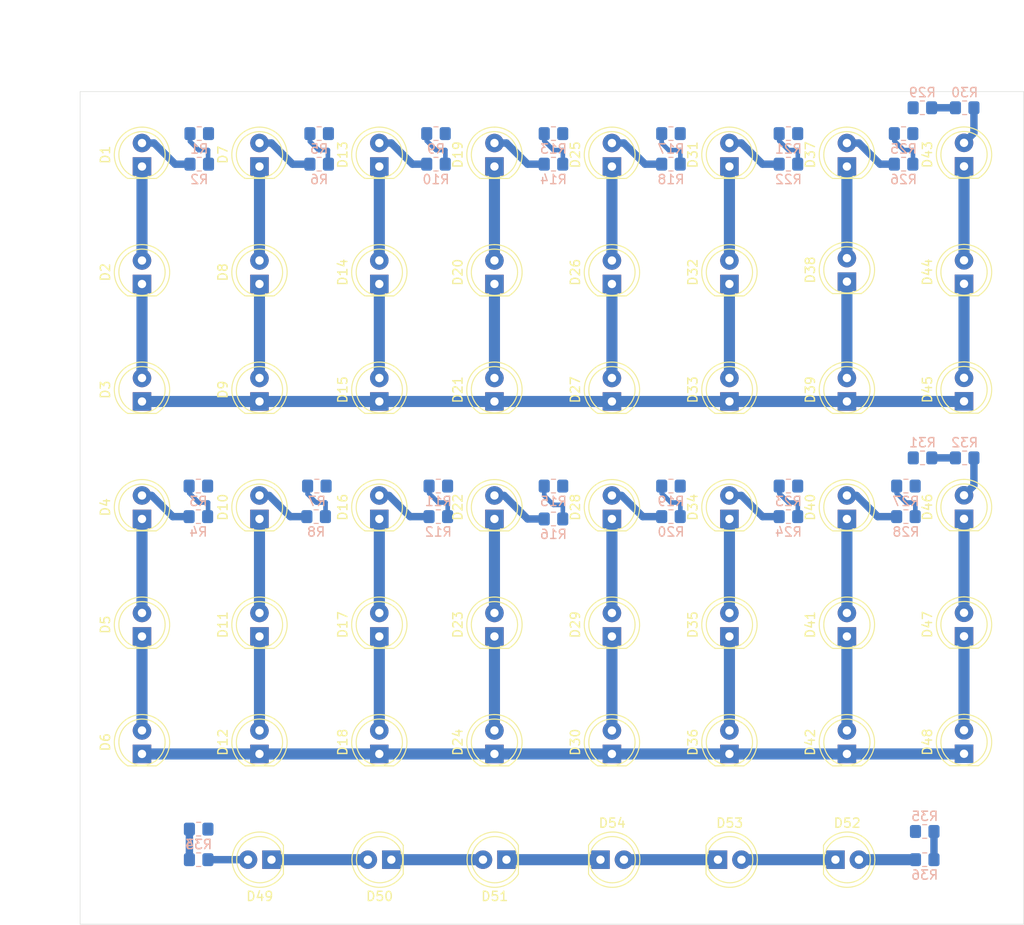
<source format=kicad_pcb>
(kicad_pcb (version 20171130) (host pcbnew "(5.1.9)-1")
  (layers (0 F.Cu signal) (31 B.Cu signal) (34 B.Paste user) (35 F.Paste user) (36 B.SilkS user) (37 F.SilkS user) (38 B.Mask user) (39 F.Mask user) (44 Edge.Cuts user))
  (net 0 "")
  (net 1 "Net-(D1-Pad1)")
  (net 2 "Net-(D1-Pad2)")
  (net 3 "Net-(D2-Pad1)")
  (net 4 GND)
  (net 5 "Net-(D4-Pad2)")
  (net 6 "Net-(D4-Pad1)")
  (net 7 "Net-(D5-Pad1)")
  (net 8 "Net-(D7-Pad1)")
  (net 9 "Net-(D7-Pad2)")
  (net 10 "Net-(D8-Pad1)")
  (net 11 "Net-(D10-Pad2)")
  (net 12 "Net-(D10-Pad1)")
  (net 13 "Net-(D11-Pad1)")
  (net 14 "Net-(D13-Pad1)")
  (net 15 "Net-(D13-Pad2)")
  (net 16 "Net-(D14-Pad1)")
  (net 17 "Net-(D16-Pad1)")
  (net 18 "Net-(D16-Pad2)")
  (net 19 "Net-(D17-Pad1)")
  (net 20 "Net-(D19-Pad2)")
  (net 21 "Net-(D19-Pad1)")
  (net 22 "Net-(D20-Pad1)")
  (net 23 "Net-(D22-Pad2)")
  (net 24 "Net-(D22-Pad1)")
  (net 25 "Net-(D23-Pad1)")
  (net 26 "Net-(D25-Pad2)")
  (net 27 "Net-(D25-Pad1)")
  (net 28 "Net-(D26-Pad1)")
  (net 29 "Net-(D28-Pad1)")
  (net 30 "Net-(D28-Pad2)")
  (net 31 "Net-(D29-Pad1)")
  (net 32 "Net-(D31-Pad2)")
  (net 33 "Net-(D31-Pad1)")
  (net 34 "Net-(D32-Pad1)")
  (net 35 "Net-(D34-Pad1)")
  (net 36 "Net-(D34-Pad2)")
  (net 37 "Net-(D35-Pad1)")
  (net 38 "Net-(D37-Pad1)")
  (net 39 "Net-(D37-Pad2)")
  (net 40 "Net-(D38-Pad1)")
  (net 41 "Net-(D40-Pad1)")
  (net 42 "Net-(D40-Pad2)")
  (net 43 "Net-(D41-Pad1)")
  (net 44 "Net-(D43-Pad1)")
  (net 45 "Net-(D43-Pad2)")
  (net 46 "Net-(D44-Pad1)")
  (net 47 "Net-(D46-Pad2)")
  (net 48 "Net-(D46-Pad1)")
  (net 49 "Net-(D47-Pad1)")
  (net 50 "Net-(D49-Pad1)")
  (net 51 "Net-(D49-Pad2)")
  (net 52 "Net-(D50-Pad1)")
  (net 53 "Net-(D52-Pad1)")
  (net 54 "Net-(D52-Pad2)")
  (net 55 "Net-(D53-Pad1)")
  (net 56 +12V)
  (net 57 "Net-(R1-Pad1)")
  (net 58 "Net-(R3-Pad1)")
  (net 59 "Net-(R5-Pad1)")
  (net 60 "Net-(R7-Pad1)")
  (net 61 "Net-(R10-Pad2)")
  (net 62 "Net-(R11-Pad1)")
  (net 63 "Net-(R13-Pad1)")
  (net 64 "Net-(R15-Pad1)")
  (net 65 "Net-(R17-Pad1)")
  (net 66 "Net-(R19-Pad1)")
  (net 67 "Net-(R21-Pad1)")
  (net 68 "Net-(R23-Pad1)")
  (net 69 "Net-(R25-Pad1)")
  (net 70 "Net-(R27-Pad1)")
  (net 71 "Net-(R29-Pad1)")
  (net 72 "Net-(R31-Pad1)")
  (net 73 "Net-(R33-Pad1)")
  (net 74 "Net-(R35-Pad1)")
  (module LED_THT:LED_D5.0mm (layer F.Cu) (at 45.69 38.1 90)
    (fp_text reference D1 (at 1.27 -3.96 90) (layer F.SilkS))
    (fp_text value LED)
    (pad 1 thru_hole rect (at 0 0 90) (size 2 2) (drill 0.9) (layers *.Cu *.Mask) (net 1 "Net-(D1-Pad1)"))
    (pad 2 thru_hole circle (at 2.54 0 90) (size 2 2) (drill 0.9) (layers *.Cu *.Mask) (net 2 "Net-(D1-Pad2)"))
  )
  (module LED_THT:LED_D5.0mm (layer F.Cu) (at 45.69 50.8 90)
    (fp_text reference D2 (at 1.27 -3.96 90) (layer F.SilkS))
    (fp_text value LED)
    (pad 1 thru_hole rect (at 0 0 90) (size 2 2) (drill 0.9) (layers *.Cu *.Mask) (net 3 "Net-(D2-Pad1)"))
    (pad 2 thru_hole circle (at 2.54 0 90) (size 2 2) (drill 0.9) (layers *.Cu *.Mask) (net 1 "Net-(D1-Pad1)"))
  )
  (module LED_THT:LED_D5.0mm (layer F.Cu) (at 45.69 63.5 90)
    (fp_text reference D3 (at 1.27 -3.96 90) (layer F.SilkS))
    (fp_text value LED)
    (pad 2 thru_hole circle (at 2.54 0 90) (size 2 2) (drill 0.9) (layers *.Cu *.Mask) (net 3 "Net-(D2-Pad1)"))
    (pad 1 thru_hole rect (at 0 0 90) (size 2 2) (drill 0.9) (layers *.Cu *.Mask) (net 4 GND))
  )
  (module LED_THT:LED_D5.0mm (layer F.Cu) (at 45.69 76.2 90)
    (fp_text reference D4 (at 1.27 -3.96 90) (layer F.SilkS))
    (fp_text value LED)
    (pad 2 thru_hole circle (at 2.54 0 90) (size 2 2) (drill 0.9) (layers *.Cu *.Mask) (net 5 "Net-(D4-Pad2)"))
    (pad 1 thru_hole rect (at 0 0 90) (size 2 2) (drill 0.9) (layers *.Cu *.Mask) (net 6 "Net-(D4-Pad1)"))
  )
  (module LED_THT:LED_D5.0mm (layer F.Cu) (at 45.69 88.9 90)
    (fp_text reference D5 (at 1.27 -3.96 90) (layer F.SilkS))
    (fp_text value LED)
    (pad 1 thru_hole rect (at 0 0 90) (size 2 2) (drill 0.9) (layers *.Cu *.Mask) (net 7 "Net-(D5-Pad1)"))
    (pad 2 thru_hole circle (at 2.54 0 90) (size 2 2) (drill 0.9) (layers *.Cu *.Mask) (net 6 "Net-(D4-Pad1)"))
  )
  (module LED_THT:LED_D5.0mm (layer F.Cu) (at 45.69 101.6 90)
    (fp_text reference D6 (at 1.27 -3.96 90) (layer F.SilkS))
    (fp_text value LED)
    (pad 2 thru_hole circle (at 2.54 0 90) (size 2 2) (drill 0.9) (layers *.Cu *.Mask) (net 7 "Net-(D5-Pad1)"))
    (pad 1 thru_hole rect (at 0 0 90) (size 2 2) (drill 0.9) (layers *.Cu *.Mask) (net 4 GND))
  )
  (module LED_THT:LED_D5.0mm (layer F.Cu) (at 58.39 38.1 90)
    (fp_text reference D7 (at 1.27 -3.96 90) (layer F.SilkS))
    (fp_text value LED)
    (pad 1 thru_hole rect (at 0 0 90) (size 2 2) (drill 0.9) (layers *.Cu *.Mask) (net 8 "Net-(D7-Pad1)"))
    (pad 2 thru_hole circle (at 2.54 0 90) (size 2 2) (drill 0.9) (layers *.Cu *.Mask) (net 9 "Net-(D7-Pad2)"))
  )
  (module LED_THT:LED_D5.0mm (layer F.Cu) (at 58.39 50.8 90)
    (fp_text reference D8 (at 1.27 -3.96 90) (layer F.SilkS))
    (fp_text value LED)
    (pad 2 thru_hole circle (at 2.54 0 90) (size 2 2) (drill 0.9) (layers *.Cu *.Mask) (net 8 "Net-(D7-Pad1)"))
    (pad 1 thru_hole rect (at 0 0 90) (size 2 2) (drill 0.9) (layers *.Cu *.Mask) (net 10 "Net-(D8-Pad1)"))
  )
  (module LED_THT:LED_D5.0mm (layer F.Cu) (at 58.39 63.5 90)
    (fp_text reference D9 (at 1.27 -3.96 90) (layer F.SilkS))
    (fp_text value LED)
    (pad 1 thru_hole rect (at 0 0 90) (size 2 2) (drill 0.9) (layers *.Cu *.Mask) (net 4 GND))
    (pad 2 thru_hole circle (at 2.54 0 90) (size 2 2) (drill 0.9) (layers *.Cu *.Mask) (net 10 "Net-(D8-Pad1)"))
  )
  (module LED_THT:LED_D5.0mm (layer F.Cu) (at 58.39 76.2 90)
    (fp_text reference D10 (at 1.27 -3.96 90) (layer F.SilkS))
    (fp_text value LED)
    (pad 2 thru_hole circle (at 2.54 0 90) (size 2 2) (drill 0.9) (layers *.Cu *.Mask) (net 11 "Net-(D10-Pad2)"))
    (pad 1 thru_hole rect (at 0 0 90) (size 2 2) (drill 0.9) (layers *.Cu *.Mask) (net 12 "Net-(D10-Pad1)"))
  )
  (module LED_THT:LED_D5.0mm (layer F.Cu) (at 58.39 88.9 90)
    (fp_text reference D11 (at 1.27 -3.96 90) (layer F.SilkS))
    (fp_text value LED)
    (pad 1 thru_hole rect (at 0 0 90) (size 2 2) (drill 0.9) (layers *.Cu *.Mask) (net 13 "Net-(D11-Pad1)"))
    (pad 2 thru_hole circle (at 2.54 0 90) (size 2 2) (drill 0.9) (layers *.Cu *.Mask) (net 12 "Net-(D10-Pad1)"))
  )
  (module LED_THT:LED_D5.0mm (layer F.Cu) (at 58.39 101.6 90)
    (fp_text reference D12 (at 1.27 -3.96 90) (layer F.SilkS))
    (fp_text value LED)
    (pad 1 thru_hole rect (at 0 0 90) (size 2 2) (drill 0.9) (layers *.Cu *.Mask) (net 4 GND))
    (pad 2 thru_hole circle (at 2.54 0 90) (size 2 2) (drill 0.9) (layers *.Cu *.Mask) (net 13 "Net-(D11-Pad1)"))
  )
  (module LED_THT:LED_D5.0mm (layer F.Cu) (at 71.344 38.1 90)
    (fp_text reference D13 (at 1.27 -3.96 90) (layer F.SilkS))
    (fp_text value LED)
    (pad 1 thru_hole rect (at 0 0 90) (size 2 2) (drill 0.9) (layers *.Cu *.Mask) (net 14 "Net-(D13-Pad1)"))
    (pad 2 thru_hole circle (at 2.54 0 90) (size 2 2) (drill 0.9) (layers *.Cu *.Mask) (net 15 "Net-(D13-Pad2)"))
  )
  (module LED_THT:LED_D5.0mm (layer F.Cu) (at 71.344 50.8 90)
    (fp_text reference D14 (at 1.27 -3.96 90) (layer F.SilkS))
    (fp_text value LED)
    (pad 1 thru_hole rect (at 0 0 90) (size 2 2) (drill 0.9) (layers *.Cu *.Mask) (net 16 "Net-(D14-Pad1)"))
    (pad 2 thru_hole circle (at 2.54 0 90) (size 2 2) (drill 0.9) (layers *.Cu *.Mask) (net 14 "Net-(D13-Pad1)"))
  )
  (module LED_THT:LED_D5.0mm (layer F.Cu) (at 71.344 63.5 90)
    (fp_text reference D15 (at 1.27 -3.96 90) (layer F.SilkS))
    (fp_text value LED)
    (pad 2 thru_hole circle (at 2.54 0 90) (size 2 2) (drill 0.9) (layers *.Cu *.Mask) (net 16 "Net-(D14-Pad1)"))
    (pad 1 thru_hole rect (at 0 0 90) (size 2 2) (drill 0.9) (layers *.Cu *.Mask) (net 4 GND))
  )
  (module LED_THT:LED_D5.0mm (layer F.Cu) (at 71.344 76.2 90)
    (fp_text reference D16 (at 1.27 -3.96 90) (layer F.SilkS))
    (fp_text value LED)
    (pad 1 thru_hole rect (at 0 0 90) (size 2 2) (drill 0.9) (layers *.Cu *.Mask) (net 17 "Net-(D16-Pad1)"))
    (pad 2 thru_hole circle (at 2.54 0 90) (size 2 2) (drill 0.9) (layers *.Cu *.Mask) (net 18 "Net-(D16-Pad2)"))
  )
  (module LED_THT:LED_D5.0mm (layer F.Cu) (at 71.344 88.9 90)
    (fp_text reference D17 (at 1.27 -3.96 90) (layer F.SilkS))
    (fp_text value LED)
    (pad 2 thru_hole circle (at 2.54 0 90) (size 2 2) (drill 0.9) (layers *.Cu *.Mask) (net 17 "Net-(D16-Pad1)"))
    (pad 1 thru_hole rect (at 0 0 90) (size 2 2) (drill 0.9) (layers *.Cu *.Mask) (net 19 "Net-(D17-Pad1)"))
  )
  (module LED_THT:LED_D5.0mm (layer F.Cu) (at 71.344 101.6 90)
    (fp_text reference D18 (at 1.27 -3.96 90) (layer F.SilkS))
    (fp_text value LED)
    (pad 1 thru_hole rect (at 0 0 90) (size 2 2) (drill 0.9) (layers *.Cu *.Mask) (net 4 GND))
    (pad 2 thru_hole circle (at 2.54 0 90) (size 2 2) (drill 0.9) (layers *.Cu *.Mask) (net 19 "Net-(D17-Pad1)"))
  )
  (module LED_THT:LED_D5.0mm (layer F.Cu) (at 83.79 38.1 90)
    (fp_text reference D19 (at 1.27 -3.96 90) (layer F.SilkS))
    (fp_text value LED)
    (pad 2 thru_hole circle (at 2.54 0 90) (size 2 2) (drill 0.9) (layers *.Cu *.Mask) (net 20 "Net-(D19-Pad2)"))
    (pad 1 thru_hole rect (at 0 0 90) (size 2 2) (drill 0.9) (layers *.Cu *.Mask) (net 21 "Net-(D19-Pad1)"))
  )
  (module LED_THT:LED_D5.0mm (layer F.Cu) (at 83.79 50.8 90)
    (fp_text reference D20 (at 1.27 -3.96 90) (layer F.SilkS))
    (fp_text value LED)
    (pad 1 thru_hole rect (at 0 0 90) (size 2 2) (drill 0.9) (layers *.Cu *.Mask) (net 22 "Net-(D20-Pad1)"))
    (pad 2 thru_hole circle (at 2.54 0 90) (size 2 2) (drill 0.9) (layers *.Cu *.Mask) (net 21 "Net-(D19-Pad1)"))
  )
  (module LED_THT:LED_D5.0mm (layer F.Cu) (at 83.79 63.5 90)
    (fp_text reference D21 (at 1.27 -3.96 90) (layer F.SilkS))
    (fp_text value LED)
    (pad 2 thru_hole circle (at 2.54 0 90) (size 2 2) (drill 0.9) (layers *.Cu *.Mask) (net 22 "Net-(D20-Pad1)"))
    (pad 1 thru_hole rect (at 0 0 90) (size 2 2) (drill 0.9) (layers *.Cu *.Mask) (net 4 GND))
  )
  (module LED_THT:LED_D5.0mm (layer F.Cu) (at 83.79 76.2 90)
    (fp_text reference D22 (at 1.27 -3.96 90) (layer F.SilkS))
    (fp_text value LED)
    (pad 2 thru_hole circle (at 2.54 0 90) (size 2 2) (drill 0.9) (layers *.Cu *.Mask) (net 23 "Net-(D22-Pad2)"))
    (pad 1 thru_hole rect (at 0 0 90) (size 2 2) (drill 0.9) (layers *.Cu *.Mask) (net 24 "Net-(D22-Pad1)"))
  )
  (module LED_THT:LED_D5.0mm (layer F.Cu) (at 83.79 88.9 90)
    (fp_text reference D23 (at 1.27 -3.96 90) (layer F.SilkS))
    (fp_text value LED)
    (pad 1 thru_hole rect (at 0 0 90) (size 2 2) (drill 0.9) (layers *.Cu *.Mask) (net 25 "Net-(D23-Pad1)"))
    (pad 2 thru_hole circle (at 2.54 0 90) (size 2 2) (drill 0.9) (layers *.Cu *.Mask) (net 24 "Net-(D22-Pad1)"))
  )
  (module LED_THT:LED_D5.0mm (layer F.Cu) (at 83.79 101.6 90)
    (fp_text reference D24 (at 1.27 -3.96 90) (layer F.SilkS))
    (fp_text value LED)
    (pad 2 thru_hole circle (at 2.54 0 90) (size 2 2) (drill 0.9) (layers *.Cu *.Mask) (net 25 "Net-(D23-Pad1)"))
    (pad 1 thru_hole rect (at 0 0 90) (size 2 2) (drill 0.9) (layers *.Cu *.Mask) (net 4 GND))
  )
  (module LED_THT:LED_D5.0mm (layer F.Cu) (at 96.49 38.1 90)
    (fp_text reference D25 (at 1.27 -3.96 90) (layer F.SilkS))
    (fp_text value LED)
    (pad 2 thru_hole circle (at 2.54 0 90) (size 2 2) (drill 0.9) (layers *.Cu *.Mask) (net 26 "Net-(D25-Pad2)"))
    (pad 1 thru_hole rect (at 0 0 90) (size 2 2) (drill 0.9) (layers *.Cu *.Mask) (net 27 "Net-(D25-Pad1)"))
  )
  (module LED_THT:LED_D5.0mm (layer F.Cu) (at 96.49 50.8 90)
    (fp_text reference D26 (at 1.27 -3.96 90) (layer F.SilkS))
    (fp_text value LED)
    (pad 2 thru_hole circle (at 2.54 0 90) (size 2 2) (drill 0.9) (layers *.Cu *.Mask) (net 27 "Net-(D25-Pad1)"))
    (pad 1 thru_hole rect (at 0 0 90) (size 2 2) (drill 0.9) (layers *.Cu *.Mask) (net 28 "Net-(D26-Pad1)"))
  )
  (module LED_THT:LED_D5.0mm (layer F.Cu) (at 96.49 63.5 90)
    (fp_text reference D27 (at 1.27 -3.96 90) (layer F.SilkS))
    (fp_text value LED)
    (pad 2 thru_hole circle (at 2.54 0 90) (size 2 2) (drill 0.9) (layers *.Cu *.Mask) (net 28 "Net-(D26-Pad1)"))
    (pad 1 thru_hole rect (at 0 0 90) (size 2 2) (drill 0.9) (layers *.Cu *.Mask) (net 4 GND))
  )
  (module LED_THT:LED_D5.0mm (layer F.Cu) (at 96.49 76.2 90)
    (fp_text reference D28 (at 1.27 -3.96 90) (layer F.SilkS))
    (fp_text value LED)
    (pad 1 thru_hole rect (at 0 0 90) (size 2 2) (drill 0.9) (layers *.Cu *.Mask) (net 29 "Net-(D28-Pad1)"))
    (pad 2 thru_hole circle (at 2.54 0 90) (size 2 2) (drill 0.9) (layers *.Cu *.Mask) (net 30 "Net-(D28-Pad2)"))
  )
  (module LED_THT:LED_D5.0mm (layer F.Cu) (at 96.49 88.9 90)
    (fp_text reference D29 (at 1.27 -3.96 90) (layer F.SilkS))
    (fp_text value LED)
    (pad 2 thru_hole circle (at 2.54 0 90) (size 2 2) (drill 0.9) (layers *.Cu *.Mask) (net 29 "Net-(D28-Pad1)"))
    (pad 1 thru_hole rect (at 0 0 90) (size 2 2) (drill 0.9) (layers *.Cu *.Mask) (net 31 "Net-(D29-Pad1)"))
  )
  (module LED_THT:LED_D5.0mm (layer F.Cu) (at 96.49 101.6 90)
    (fp_text reference D30 (at 1.27 -3.96 90) (layer F.SilkS))
    (fp_text value LED)
    (pad 1 thru_hole rect (at 0 0 90) (size 2 2) (drill 0.9) (layers *.Cu *.Mask) (net 4 GND))
    (pad 2 thru_hole circle (at 2.54 0 90) (size 2 2) (drill 0.9) (layers *.Cu *.Mask) (net 31 "Net-(D29-Pad1)"))
  )
  (module LED_THT:LED_D5.0mm (layer F.Cu) (at 109.19 38.1 90)
    (fp_text reference D31 (at 1.27 -3.96 90) (layer F.SilkS))
    (fp_text value LED)
    (pad 2 thru_hole circle (at 2.54 0 90) (size 2 2) (drill 0.9) (layers *.Cu *.Mask) (net 32 "Net-(D31-Pad2)"))
    (pad 1 thru_hole rect (at 0 0 90) (size 2 2) (drill 0.9) (layers *.Cu *.Mask) (net 33 "Net-(D31-Pad1)"))
  )
  (module LED_THT:LED_D5.0mm (layer F.Cu) (at 109.19 50.8 90)
    (fp_text reference D32 (at 1.27 -3.96 90) (layer F.SilkS))
    (fp_text value LED)
    (pad 1 thru_hole rect (at 0 0 90) (size 2 2) (drill 0.9) (layers *.Cu *.Mask) (net 34 "Net-(D32-Pad1)"))
    (pad 2 thru_hole circle (at 2.54 0 90) (size 2 2) (drill 0.9) (layers *.Cu *.Mask) (net 33 "Net-(D31-Pad1)"))
  )
  (module LED_THT:LED_D5.0mm (layer F.Cu) (at 109.19 63.5 90)
    (fp_text reference D33 (at 1.27 -3.96 90) (layer F.SilkS))
    (fp_text value LED)
    (pad 2 thru_hole circle (at 2.54 0 90) (size 2 2) (drill 0.9) (layers *.Cu *.Mask) (net 34 "Net-(D32-Pad1)"))
    (pad 1 thru_hole rect (at 0 0 90) (size 2 2) (drill 0.9) (layers *.Cu *.Mask) (net 4 GND))
  )
  (module LED_THT:LED_D5.0mm (layer F.Cu) (at 109.19 76.2 90)
    (fp_text reference D34 (at 1.27 -3.96 90) (layer F.SilkS))
    (fp_text value LED)
    (pad 1 thru_hole rect (at 0 0 90) (size 2 2) (drill 0.9) (layers *.Cu *.Mask) (net 35 "Net-(D34-Pad1)"))
    (pad 2 thru_hole circle (at 2.54 0 90) (size 2 2) (drill 0.9) (layers *.Cu *.Mask) (net 36 "Net-(D34-Pad2)"))
  )
  (module LED_THT:LED_D5.0mm (layer F.Cu) (at 109.19 88.9 90)
    (fp_text reference D35 (at 1.27 -3.96 90) (layer F.SilkS))
    (fp_text value LED)
    (pad 2 thru_hole circle (at 2.54 0 90) (size 2 2) (drill 0.9) (layers *.Cu *.Mask) (net 35 "Net-(D34-Pad1)"))
    (pad 1 thru_hole rect (at 0 0 90) (size 2 2) (drill 0.9) (layers *.Cu *.Mask) (net 37 "Net-(D35-Pad1)"))
  )
  (module LED_THT:LED_D5.0mm (layer F.Cu) (at 109.19 101.6 90)
    (fp_text reference D36 (at 1.27 -3.96 90) (layer F.SilkS))
    (fp_text value LED)
    (pad 2 thru_hole circle (at 2.54 0 90) (size 2 2) (drill 0.9) (layers *.Cu *.Mask) (net 37 "Net-(D35-Pad1)"))
    (pad 1 thru_hole rect (at 0 0 90) (size 2 2) (drill 0.9) (layers *.Cu *.Mask) (net 4 GND))
  )
  (module LED_THT:LED_D5.0mm (layer F.Cu) (at 121.89 38.1 90)
    (fp_text reference D37 (at 1.27 -3.96 90) (layer F.SilkS))
    (fp_text value LED)
    (pad 1 thru_hole rect (at 0 0 90) (size 2 2) (drill 0.9) (layers *.Cu *.Mask) (net 38 "Net-(D37-Pad1)"))
    (pad 2 thru_hole circle (at 2.54 0 90) (size 2 2) (drill 0.9) (layers *.Cu *.Mask) (net 39 "Net-(D37-Pad2)"))
  )
  (module LED_THT:LED_D5.0mm (layer F.Cu) (at 121.89 50.546 90)
    (fp_text reference D38 (at 1.27 -3.96 90) (layer F.SilkS))
    (fp_text value LED)
    (pad 1 thru_hole rect (at 0 0 90) (size 2 2) (drill 0.9) (layers *.Cu *.Mask) (net 40 "Net-(D38-Pad1)"))
    (pad 2 thru_hole circle (at 2.54 0 90) (size 2 2) (drill 0.9) (layers *.Cu *.Mask) (net 38 "Net-(D37-Pad1)"))
  )
  (module LED_THT:LED_D5.0mm (layer F.Cu) (at 121.89 63.5 90)
    (fp_text reference D39 (at 1.27 -3.96 90) (layer F.SilkS))
    (fp_text value LED)
    (pad 2 thru_hole circle (at 2.54 0 90) (size 2 2) (drill 0.9) (layers *.Cu *.Mask) (net 40 "Net-(D38-Pad1)"))
    (pad 1 thru_hole rect (at 0 0 90) (size 2 2) (drill 0.9) (layers *.Cu *.Mask) (net 4 GND))
  )
  (module LED_THT:LED_D5.0mm (layer F.Cu) (at 121.89 76.2 90)
    (fp_text reference D40 (at 1.27 -3.96 90) (layer F.SilkS))
    (fp_text value LED)
    (pad 1 thru_hole rect (at 0 0 90) (size 2 2) (drill 0.9) (layers *.Cu *.Mask) (net 41 "Net-(D40-Pad1)"))
    (pad 2 thru_hole circle (at 2.54 0 90) (size 2 2) (drill 0.9) (layers *.Cu *.Mask) (net 42 "Net-(D40-Pad2)"))
  )
  (module LED_THT:LED_D5.0mm (layer F.Cu) (at 121.89 88.9 90)
    (fp_text reference D41 (at 1.27 -3.96 90) (layer F.SilkS))
    (fp_text value LED)
    (pad 2 thru_hole circle (at 2.54 0 90) (size 2 2) (drill 0.9) (layers *.Cu *.Mask) (net 41 "Net-(D40-Pad1)"))
    (pad 1 thru_hole rect (at 0 0 90) (size 2 2) (drill 0.9) (layers *.Cu *.Mask) (net 43 "Net-(D41-Pad1)"))
  )
  (module LED_THT:LED_D5.0mm (layer F.Cu) (at 121.89 101.6 90)
    (fp_text reference D42 (at 1.27 -3.96 90) (layer F.SilkS))
    (fp_text value LED)
    (pad 2 thru_hole circle (at 2.54 0 90) (size 2 2) (drill 0.9) (layers *.Cu *.Mask) (net 43 "Net-(D41-Pad1)"))
    (pad 1 thru_hole rect (at 0 0 90) (size 2 2) (drill 0.9) (layers *.Cu *.Mask) (net 4 GND))
  )
  (module LED_THT:LED_D5.0mm (layer F.Cu) (at 134.55 38.082 90)
    (fp_text reference D43 (at 1.27 -3.96 90) (layer F.SilkS))
    (fp_text value LED)
    (pad 1 thru_hole rect (at 0 0 90) (size 2 2) (drill 0.9) (layers *.Cu *.Mask) (net 44 "Net-(D43-Pad1)"))
    (pad 2 thru_hole circle (at 2.54 0 90) (size 2 2) (drill 0.9) (layers *.Cu *.Mask) (net 45 "Net-(D43-Pad2)"))
  )
  (module LED_THT:LED_D5.0mm (layer F.Cu) (at 134.55 50.782 90)
    (fp_text reference D44 (at 1.27 -3.96 90) (layer F.SilkS))
    (fp_text value LED)
    (pad 2 thru_hole circle (at 2.54 0 90) (size 2 2) (drill 0.9) (layers *.Cu *.Mask) (net 44 "Net-(D43-Pad1)"))
    (pad 1 thru_hole rect (at 0 0 90) (size 2 2) (drill 0.9) (layers *.Cu *.Mask) (net 46 "Net-(D44-Pad1)"))
  )
  (module LED_THT:LED_D5.0mm (layer F.Cu) (at 134.55 63.482 90)
    (fp_text reference D45 (at 1.27 -3.96 90) (layer F.SilkS))
    (fp_text value LED)
    (pad 1 thru_hole rect (at 0 0 90) (size 2 2) (drill 0.9) (layers *.Cu *.Mask) (net 4 GND))
    (pad 2 thru_hole circle (at 2.54 0 90) (size 2 2) (drill 0.9) (layers *.Cu *.Mask) (net 46 "Net-(D44-Pad1)"))
  )
  (module LED_THT:LED_D5.0mm (layer F.Cu) (at 134.55 76.182 90)
    (fp_text reference D46 (at 1.27 -3.96 90) (layer F.SilkS))
    (fp_text value LED)
    (pad 2 thru_hole circle (at 2.54 0 90) (size 2 2) (drill 0.9) (layers *.Cu *.Mask) (net 47 "Net-(D46-Pad2)"))
    (pad 1 thru_hole rect (at 0 0 90) (size 2 2) (drill 0.9) (layers *.Cu *.Mask) (net 48 "Net-(D46-Pad1)"))
  )
  (module LED_THT:LED_D5.0mm (layer F.Cu) (at 134.55 88.882 90)
    (fp_text reference D47 (at 1.27 -3.96 90) (layer F.SilkS))
    (fp_text value LED)
    (pad 2 thru_hole circle (at 2.54 0 90) (size 2 2) (drill 0.9) (layers *.Cu *.Mask) (net 48 "Net-(D46-Pad1)"))
    (pad 1 thru_hole rect (at 0 0 90) (size 2 2) (drill 0.9) (layers *.Cu *.Mask) (net 49 "Net-(D47-Pad1)"))
  )
  (module LED_THT:LED_D5.0mm (layer F.Cu) (at 134.55 101.582 90)
    (fp_text reference D48 (at 1.27 -3.96 90) (layer F.SilkS))
    (fp_text value LED)
    (pad 1 thru_hole rect (at 0 0 90) (size 2 2) (drill 0.9) (layers *.Cu *.Mask) (net 4 GND))
    (pad 2 thru_hole circle (at 2.54 0 90) (size 2 2) (drill 0.9) (layers *.Cu *.Mask) (net 49 "Net-(D47-Pad1)"))
  )
  (module LED_THT:LED_D5.0mm (layer F.Cu) (at 59.69 113.03 180)
    (fp_text reference D49 (at 1.27 -3.96) (layer F.SilkS))
    (fp_text value LED)
    (pad 1 thru_hole rect (at 0 0 180) (size 2 2) (drill 0.9) (layers *.Cu *.Mask) (net 50 "Net-(D49-Pad1)"))
    (pad 2 thru_hole circle (at 2.54 0 180) (size 2 2) (drill 0.9) (layers *.Cu *.Mask) (net 51 "Net-(D49-Pad2)"))
  )
  (module LED_THT:LED_D5.0mm (layer F.Cu) (at 72.644 113.03 180)
    (fp_text reference D50 (at 1.27 -3.96) (layer F.SilkS))
    (fp_text value LED)
    (pad 1 thru_hole rect (at 0 0 180) (size 2 2) (drill 0.9) (layers *.Cu *.Mask) (net 52 "Net-(D50-Pad1)"))
    (pad 2 thru_hole circle (at 2.54 0 180) (size 2 2) (drill 0.9) (layers *.Cu *.Mask) (net 50 "Net-(D49-Pad1)"))
  )
  (module LED_THT:LED_D5.0mm (layer F.Cu) (at 85.09 113.03 180)
    (fp_text reference D51 (at 1.27 -3.96) (layer F.SilkS))
    (fp_text value LED)
    (pad 1 thru_hole rect (at 0 0 180) (size 2 2) (drill 0.9) (layers *.Cu *.Mask) (net 4 GND))
    (pad 2 thru_hole circle (at 2.54 0 180) (size 2 2) (drill 0.9) (layers *.Cu *.Mask) (net 52 "Net-(D50-Pad1)"))
  )
  (module LED_THT:LED_D5.0mm (layer F.Cu) (at 120.65 113.03)
    (fp_text reference D52 (at 1.27 -3.96) (layer F.SilkS))
    (fp_text value LED)
    (pad 1 thru_hole rect (at 0 0) (size 2 2) (drill 0.9) (layers *.Cu *.Mask) (net 53 "Net-(D52-Pad1)"))
    (pad 2 thru_hole circle (at 2.54 0) (size 2 2) (drill 0.9) (layers *.Cu *.Mask) (net 54 "Net-(D52-Pad2)"))
  )
  (module LED_THT:LED_D5.0mm (layer F.Cu) (at 107.95 113.03)
    (fp_text reference D53 (at 1.27 -3.96) (layer F.SilkS))
    (fp_text value LED)
    (pad 2 thru_hole circle (at 2.54 0) (size 2 2) (drill 0.9) (layers *.Cu *.Mask) (net 53 "Net-(D52-Pad1)"))
    (pad 1 thru_hole rect (at 0 0) (size 2 2) (drill 0.9) (layers *.Cu *.Mask) (net 55 "Net-(D53-Pad1)"))
  )
  (module LED_THT:LED_D5.0mm (layer F.Cu) (at 95.25 113.03)
    (fp_text reference D54 (at 1.27 -3.96) (layer F.SilkS))
    (fp_text value LED)
    (pad 2 thru_hole circle (at 2.54 0) (size 2 2) (drill 0.9) (layers *.Cu *.Mask) (net 55 "Net-(D53-Pad1)"))
    (pad 1 thru_hole rect (at 0 0) (size 2 2) (drill 0.9) (layers *.Cu *.Mask) (net 4 GND))
  )
  (module Resistor_SMD:R_0805_2012Metric_Pad1.20x1.40mm_HandSolder (layer B.Cu) (at 51.88 34.544)
    (fp_text reference R1 (at 0 1.65) (layer B.SilkS) (effects (justify mirror)))
    (fp_text value R)
    (pad 2 smd roundrect (at 1 0) (size 1.2 1.4) (layers B.Cu B.Paste B.Mask) (roundrect_rratio 0.208333) (net 56 +12V))
    (pad 1 smd roundrect (at -1 0) (size 1.2 1.4) (layers B.Cu B.Paste B.Mask) (roundrect_rratio 0.208333) (net 57 "Net-(R1-Pad1)"))
  )
  (module Resistor_SMD:R_0805_2012Metric_Pad1.20x1.40mm_HandSolder (layer B.Cu) (at 51.88 37.848)
    (fp_text reference R2 (at 0 1.65) (layer B.SilkS) (effects (justify mirror)))
    (fp_text value R)
    (pad 2 smd roundrect (at 1 0) (size 1.2 1.4) (layers B.Cu B.Paste B.Mask) (roundrect_rratio 0.208333) (net 57 "Net-(R1-Pad1)"))
    (pad 1 smd roundrect (at -1 0) (size 1.2 1.4) (layers B.Cu B.Paste B.Mask) (roundrect_rratio 0.208333) (net 2 "Net-(D1-Pad2)"))
  )
  (module Resistor_SMD:R_0805_2012Metric_Pad1.20x1.40mm_HandSolder (layer B.Cu) (at 51.784 72.644)
    (fp_text reference R3 (at 0 1.65) (layer B.SilkS) (effects (justify mirror)))
    (fp_text value R)
    (pad 1 smd roundrect (at -1 0) (size 1.2 1.4) (layers B.Cu B.Paste B.Mask) (roundrect_rratio 0.208333) (net 58 "Net-(R3-Pad1)"))
    (pad 2 smd roundrect (at 1 0) (size 1.2 1.4) (layers B.Cu B.Paste B.Mask) (roundrect_rratio 0.208333) (net 56 +12V))
  )
  (module Resistor_SMD:R_0805_2012Metric_Pad1.20x1.40mm_HandSolder (layer B.Cu) (at 51.784 75.948)
    (fp_text reference R4 (at 0 1.65) (layer B.SilkS) (effects (justify mirror)))
    (fp_text value R)
    (pad 1 smd roundrect (at -1 0) (size 1.2 1.4) (layers B.Cu B.Paste B.Mask) (roundrect_rratio 0.208333) (net 5 "Net-(D4-Pad2)"))
    (pad 2 smd roundrect (at 1 0) (size 1.2 1.4) (layers B.Cu B.Paste B.Mask) (roundrect_rratio 0.208333) (net 58 "Net-(R3-Pad1)"))
  )
  (module Resistor_SMD:R_0805_2012Metric_Pad1.20x1.40mm_HandSolder (layer B.Cu) (at 64.842 34.544)
    (fp_text reference R5 (at 0 1.65) (layer B.SilkS) (effects (justify mirror)))
    (fp_text value R)
    (pad 2 smd roundrect (at 1 0) (size 1.2 1.4) (layers B.Cu B.Paste B.Mask) (roundrect_rratio 0.208333) (net 56 +12V))
    (pad 1 smd roundrect (at -1 0) (size 1.2 1.4) (layers B.Cu B.Paste B.Mask) (roundrect_rratio 0.208333) (net 59 "Net-(R5-Pad1)"))
  )
  (module Resistor_SMD:R_0805_2012Metric_Pad1.20x1.40mm_HandSolder (layer B.Cu) (at 64.842 37.848)
    (fp_text reference R6 (at 0 1.65) (layer B.SilkS) (effects (justify mirror)))
    (fp_text value R)
    (pad 2 smd roundrect (at 1 0) (size 1.2 1.4) (layers B.Cu B.Paste B.Mask) (roundrect_rratio 0.208333) (net 59 "Net-(R5-Pad1)"))
    (pad 1 smd roundrect (at -1 0) (size 1.2 1.4) (layers B.Cu B.Paste B.Mask) (roundrect_rratio 0.208333) (net 9 "Net-(D7-Pad2)"))
  )
  (module Resistor_SMD:R_0805_2012Metric_Pad1.20x1.40mm_HandSolder (layer B.Cu) (at 64.592 72.644)
    (fp_text reference R7 (at 0 1.65) (layer B.SilkS) (effects (justify mirror)))
    (fp_text value R)
    (pad 1 smd roundrect (at -1 0) (size 1.2 1.4) (layers B.Cu B.Paste B.Mask) (roundrect_rratio 0.208333) (net 60 "Net-(R7-Pad1)"))
    (pad 2 smd roundrect (at 1 0) (size 1.2 1.4) (layers B.Cu B.Paste B.Mask) (roundrect_rratio 0.208333) (net 56 +12V))
  )
  (module Resistor_SMD:R_0805_2012Metric_Pad1.20x1.40mm_HandSolder (layer B.Cu) (at 64.516 75.946)
    (fp_text reference R8 (at 0 1.65) (layer B.SilkS) (effects (justify mirror)))
    (fp_text value R)
    (pad 2 smd roundrect (at 1 0) (size 1.2 1.4) (layers B.Cu B.Paste B.Mask) (roundrect_rratio 0.208333) (net 60 "Net-(R7-Pad1)"))
    (pad 1 smd roundrect (at -1 0) (size 1.2 1.4) (layers B.Cu B.Paste B.Mask) (roundrect_rratio 0.208333) (net 11 "Net-(D10-Pad2)"))
  )
  (module Resistor_SMD:R_0805_2012Metric_Pad1.20x1.40mm_HandSolder (layer B.Cu) (at 77.47 34.544)
    (fp_text reference R9 (at 0 1.65) (layer B.SilkS) (effects (justify mirror)))
    (fp_text value R)
    (pad 2 smd roundrect (at 1 0) (size 1.2 1.4) (layers B.Cu B.Paste B.Mask) (roundrect_rratio 0.208333) (net 56 +12V))
    (pad 1 smd roundrect (at -1 0) (size 1.2 1.4) (layers B.Cu B.Paste B.Mask) (roundrect_rratio 0.208333) (net 61 "Net-(R10-Pad2)"))
  )
  (module Resistor_SMD:R_0805_2012Metric_Pad1.20x1.40mm_HandSolder (layer B.Cu) (at 77.47 37.846)
    (fp_text reference R10 (at 0 1.65) (layer B.SilkS) (effects (justify mirror)))
    (fp_text value R)
    (pad 1 smd roundrect (at -1 0) (size 1.2 1.4) (layers B.Cu B.Paste B.Mask) (roundrect_rratio 0.208333) (net 15 "Net-(D13-Pad2)"))
    (pad 2 smd roundrect (at 1 0) (size 1.2 1.4) (layers B.Cu B.Paste B.Mask) (roundrect_rratio 0.208333) (net 61 "Net-(R10-Pad2)"))
  )
  (module Resistor_SMD:R_0805_2012Metric_Pad1.20x1.40mm_HandSolder (layer B.Cu) (at 77.724 72.644)
    (fp_text reference R11 (at 0 1.65) (layer B.SilkS) (effects (justify mirror)))
    (fp_text value R)
    (pad 1 smd roundrect (at -1 0) (size 1.2 1.4) (layers B.Cu B.Paste B.Mask) (roundrect_rratio 0.208333) (net 62 "Net-(R11-Pad1)"))
    (pad 2 smd roundrect (at 1 0) (size 1.2 1.4) (layers B.Cu B.Paste B.Mask) (roundrect_rratio 0.208333) (net 56 +12V))
  )
  (module Resistor_SMD:R_0805_2012Metric_Pad1.20x1.40mm_HandSolder (layer B.Cu) (at 77.724 75.946)
    (fp_text reference R12 (at 0 1.65) (layer B.SilkS) (effects (justify mirror)))
    (fp_text value R)
    (pad 2 smd roundrect (at 1 0) (size 1.2 1.4) (layers B.Cu B.Paste B.Mask) (roundrect_rratio 0.208333) (net 62 "Net-(R11-Pad1)"))
    (pad 1 smd roundrect (at -1 0) (size 1.2 1.4) (layers B.Cu B.Paste B.Mask) (roundrect_rratio 0.208333) (net 18 "Net-(D16-Pad2)"))
  )
  (module Resistor_SMD:R_0805_2012Metric_Pad1.20x1.40mm_HandSolder (layer B.Cu) (at 90.17 34.544)
    (fp_text reference R13 (at 0 1.65) (layer B.SilkS) (effects (justify mirror)))
    (fp_text value R)
    (pad 1 smd roundrect (at -1 0) (size 1.2 1.4) (layers B.Cu B.Paste B.Mask) (roundrect_rratio 0.208333) (net 63 "Net-(R13-Pad1)"))
    (pad 2 smd roundrect (at 1 0) (size 1.2 1.4) (layers B.Cu B.Paste B.Mask) (roundrect_rratio 0.208333) (net 56 +12V))
  )
  (module Resistor_SMD:R_0805_2012Metric_Pad1.20x1.40mm_HandSolder (layer B.Cu) (at 90.17 37.846)
    (fp_text reference R14 (at 0 1.65) (layer B.SilkS) (effects (justify mirror)))
    (fp_text value R)
    (pad 2 smd roundrect (at 1 0) (size 1.2 1.4) (layers B.Cu B.Paste B.Mask) (roundrect_rratio 0.208333) (net 63 "Net-(R13-Pad1)"))
    (pad 1 smd roundrect (at -1 0) (size 1.2 1.4) (layers B.Cu B.Paste B.Mask) (roundrect_rratio 0.208333) (net 20 "Net-(D19-Pad2)"))
  )
  (module Resistor_SMD:R_0805_2012Metric_Pad1.20x1.40mm_HandSolder (layer B.Cu) (at 90.17 72.644)
    (fp_text reference R15 (at 0 1.65) (layer B.SilkS) (effects (justify mirror)))
    (fp_text value R)
    (pad 1 smd roundrect (at -1 0) (size 1.2 1.4) (layers B.Cu B.Paste B.Mask) (roundrect_rratio 0.208333) (net 64 "Net-(R15-Pad1)"))
    (pad 2 smd roundrect (at 1 0) (size 1.2 1.4) (layers B.Cu B.Paste B.Mask) (roundrect_rratio 0.208333) (net 56 +12V))
  )
  (module Resistor_SMD:R_0805_2012Metric_Pad1.20x1.40mm_HandSolder (layer B.Cu) (at 90.17 76.2)
    (fp_text reference R16 (at 0 1.65) (layer B.SilkS) (effects (justify mirror)))
    (fp_text value R)
    (pad 2 smd roundrect (at 1 0) (size 1.2 1.4) (layers B.Cu B.Paste B.Mask) (roundrect_rratio 0.208333) (net 64 "Net-(R15-Pad1)"))
    (pad 1 smd roundrect (at -1 0) (size 1.2 1.4) (layers B.Cu B.Paste B.Mask) (roundrect_rratio 0.208333) (net 23 "Net-(D22-Pad2)"))
  )
  (module Resistor_SMD:R_0805_2012Metric_Pad1.20x1.40mm_HandSolder (layer B.Cu) (at 102.87 34.544)
    (fp_text reference R17 (at 0 1.65) (layer B.SilkS) (effects (justify mirror)))
    (fp_text value R)
    (pad 1 smd roundrect (at -1 0) (size 1.2 1.4) (layers B.Cu B.Paste B.Mask) (roundrect_rratio 0.208333) (net 65 "Net-(R17-Pad1)"))
    (pad 2 smd roundrect (at 1 0) (size 1.2 1.4) (layers B.Cu B.Paste B.Mask) (roundrect_rratio 0.208333) (net 56 +12V))
  )
  (module Resistor_SMD:R_0805_2012Metric_Pad1.20x1.40mm_HandSolder (layer B.Cu) (at 102.87 37.846)
    (fp_text reference R18 (at 0 1.65) (layer B.SilkS) (effects (justify mirror)))
    (fp_text value R)
    (pad 2 smd roundrect (at 1 0) (size 1.2 1.4) (layers B.Cu B.Paste B.Mask) (roundrect_rratio 0.208333) (net 65 "Net-(R17-Pad1)"))
    (pad 1 smd roundrect (at -1 0) (size 1.2 1.4) (layers B.Cu B.Paste B.Mask) (roundrect_rratio 0.208333) (net 26 "Net-(D25-Pad2)"))
  )
  (module Resistor_SMD:R_0805_2012Metric_Pad1.20x1.40mm_HandSolder (layer B.Cu) (at 102.87 72.644)
    (fp_text reference R19 (at 0 1.65) (layer B.SilkS) (effects (justify mirror)))
    (fp_text value R)
    (pad 1 smd roundrect (at -1 0) (size 1.2 1.4) (layers B.Cu B.Paste B.Mask) (roundrect_rratio 0.208333) (net 66 "Net-(R19-Pad1)"))
    (pad 2 smd roundrect (at 1 0) (size 1.2 1.4) (layers B.Cu B.Paste B.Mask) (roundrect_rratio 0.208333) (net 56 +12V))
  )
  (module Resistor_SMD:R_0805_2012Metric_Pad1.20x1.40mm_HandSolder (layer B.Cu) (at 102.87 75.946)
    (fp_text reference R20 (at 0 1.65) (layer B.SilkS) (effects (justify mirror)))
    (fp_text value R)
    (pad 2 smd roundrect (at 1 0) (size 1.2 1.4) (layers B.Cu B.Paste B.Mask) (roundrect_rratio 0.208333) (net 66 "Net-(R19-Pad1)"))
    (pad 1 smd roundrect (at -1 0) (size 1.2 1.4) (layers B.Cu B.Paste B.Mask) (roundrect_rratio 0.208333) (net 30 "Net-(D28-Pad2)"))
  )
  (module Resistor_SMD:R_0805_2012Metric_Pad1.20x1.40mm_HandSolder (layer B.Cu) (at 115.57 34.544)
    (fp_text reference R21 (at 0 1.65) (layer B.SilkS) (effects (justify mirror)))
    (fp_text value R)
    (pad 1 smd roundrect (at -1 0) (size 1.2 1.4) (layers B.Cu B.Paste B.Mask) (roundrect_rratio 0.208333) (net 67 "Net-(R21-Pad1)"))
    (pad 2 smd roundrect (at 1 0) (size 1.2 1.4) (layers B.Cu B.Paste B.Mask) (roundrect_rratio 0.208333) (net 56 +12V))
  )
  (module Resistor_SMD:R_0805_2012Metric_Pad1.20x1.40mm_HandSolder (layer B.Cu) (at 115.57 37.846)
    (fp_text reference R22 (at 0 1.65) (layer B.SilkS) (effects (justify mirror)))
    (fp_text value R)
    (pad 2 smd roundrect (at 1 0) (size 1.2 1.4) (layers B.Cu B.Paste B.Mask) (roundrect_rratio 0.208333) (net 67 "Net-(R21-Pad1)"))
    (pad 1 smd roundrect (at -1 0) (size 1.2 1.4) (layers B.Cu B.Paste B.Mask) (roundrect_rratio 0.208333) (net 32 "Net-(D31-Pad2)"))
  )
  (module Resistor_SMD:R_0805_2012Metric_Pad1.20x1.40mm_HandSolder (layer B.Cu) (at 115.57 72.644)
    (fp_text reference R23 (at 0 1.65) (layer B.SilkS) (effects (justify mirror)))
    (fp_text value R)
    (pad 1 smd roundrect (at -1 0) (size 1.2 1.4) (layers B.Cu B.Paste B.Mask) (roundrect_rratio 0.208333) (net 68 "Net-(R23-Pad1)"))
    (pad 2 smd roundrect (at 1 0) (size 1.2 1.4) (layers B.Cu B.Paste B.Mask) (roundrect_rratio 0.208333) (net 56 +12V))
  )
  (module Resistor_SMD:R_0805_2012Metric_Pad1.20x1.40mm_HandSolder (layer B.Cu) (at 115.57 75.946)
    (fp_text reference R24 (at 0 1.65) (layer B.SilkS) (effects (justify mirror)))
    (fp_text value R)
    (pad 1 smd roundrect (at -1 0) (size 1.2 1.4) (layers B.Cu B.Paste B.Mask) (roundrect_rratio 0.208333) (net 36 "Net-(D34-Pad2)"))
    (pad 2 smd roundrect (at 1 0) (size 1.2 1.4) (layers B.Cu B.Paste B.Mask) (roundrect_rratio 0.208333) (net 68 "Net-(R23-Pad1)"))
  )
  (module Resistor_SMD:R_0805_2012Metric_Pad1.20x1.40mm_HandSolder (layer B.Cu) (at 128.016 34.544)
    (fp_text reference R25 (at 0 1.65) (layer B.SilkS) (effects (justify mirror)))
    (fp_text value R)
    (pad 1 smd roundrect (at -1 0) (size 1.2 1.4) (layers B.Cu B.Paste B.Mask) (roundrect_rratio 0.208333) (net 69 "Net-(R25-Pad1)"))
    (pad 2 smd roundrect (at 1 0) (size 1.2 1.4) (layers B.Cu B.Paste B.Mask) (roundrect_rratio 0.208333) (net 56 +12V))
  )
  (module Resistor_SMD:R_0805_2012Metric_Pad1.20x1.40mm_HandSolder (layer B.Cu) (at 128.016 37.846)
    (fp_text reference R26 (at 0 1.65) (layer B.SilkS) (effects (justify mirror)))
    (fp_text value R)
    (pad 2 smd roundrect (at 1 0) (size 1.2 1.4) (layers B.Cu B.Paste B.Mask) (roundrect_rratio 0.208333) (net 69 "Net-(R25-Pad1)"))
    (pad 1 smd roundrect (at -1 0) (size 1.2 1.4) (layers B.Cu B.Paste B.Mask) (roundrect_rratio 0.208333) (net 39 "Net-(D37-Pad2)"))
  )
  (module Resistor_SMD:R_0805_2012Metric_Pad1.20x1.40mm_HandSolder (layer B.Cu) (at 128.27 72.644)
    (fp_text reference R27 (at 0 1.65) (layer B.SilkS) (effects (justify mirror)))
    (fp_text value R)
    (pad 1 smd roundrect (at -1 0) (size 1.2 1.4) (layers B.Cu B.Paste B.Mask) (roundrect_rratio 0.208333) (net 70 "Net-(R27-Pad1)"))
    (pad 2 smd roundrect (at 1 0) (size 1.2 1.4) (layers B.Cu B.Paste B.Mask) (roundrect_rratio 0.208333) (net 56 +12V))
  )
  (module Resistor_SMD:R_0805_2012Metric_Pad1.20x1.40mm_HandSolder (layer B.Cu) (at 128.27 75.946)
    (fp_text reference R28 (at 0 1.65) (layer B.SilkS) (effects (justify mirror)))
    (fp_text value R)
    (pad 2 smd roundrect (at 1 0) (size 1.2 1.4) (layers B.Cu B.Paste B.Mask) (roundrect_rratio 0.208333) (net 70 "Net-(R27-Pad1)"))
    (pad 1 smd roundrect (at -1 0) (size 1.2 1.4) (layers B.Cu B.Paste B.Mask) (roundrect_rratio 0.208333) (net 42 "Net-(D40-Pad2)"))
  )
  (module Resistor_SMD:R_0805_2012Metric_Pad1.20x1.40mm_HandSolder (layer B.Cu) (at 130.048 31.75 180)
    (fp_text reference R29 (at 0 1.65) (layer B.SilkS) (effects (justify mirror)))
    (fp_text value R)
    (pad 1 smd roundrect (at -1 0 180) (size 1.2 1.4) (layers B.Cu B.Paste B.Mask) (roundrect_rratio 0.208333) (net 71 "Net-(R29-Pad1)"))
    (pad 2 smd roundrect (at 1 0 180) (size 1.2 1.4) (layers B.Cu B.Paste B.Mask) (roundrect_rratio 0.208333) (net 56 +12V))
  )
  (module Resistor_SMD:R_0805_2012Metric_Pad1.20x1.40mm_HandSolder (layer B.Cu) (at 134.62 31.75 180)
    (fp_text reference R30 (at 0 1.65) (layer B.SilkS) (effects (justify mirror)))
    (fp_text value R)
    (pad 2 smd roundrect (at 1 0 180) (size 1.2 1.4) (layers B.Cu B.Paste B.Mask) (roundrect_rratio 0.208333) (net 71 "Net-(R29-Pad1)"))
    (pad 1 smd roundrect (at -1 0 180) (size 1.2 1.4) (layers B.Cu B.Paste B.Mask) (roundrect_rratio 0.208333) (net 45 "Net-(D43-Pad2)"))
  )
  (module Resistor_SMD:R_0805_2012Metric_Pad1.20x1.40mm_HandSolder (layer B.Cu) (at 130.064 69.596 180)
    (fp_text reference R31 (at 0 1.65) (layer B.SilkS) (effects (justify mirror)))
    (fp_text value R)
    (pad 1 smd roundrect (at -1 0 180) (size 1.2 1.4) (layers B.Cu B.Paste B.Mask) (roundrect_rratio 0.208333) (net 72 "Net-(R31-Pad1)"))
    (pad 2 smd roundrect (at 1 0 180) (size 1.2 1.4) (layers B.Cu B.Paste B.Mask) (roundrect_rratio 0.208333) (net 56 +12V))
  )
  (module Resistor_SMD:R_0805_2012Metric_Pad1.20x1.40mm_HandSolder (layer B.Cu) (at 134.62 69.596 180)
    (fp_text reference R32 (at 0 1.65) (layer B.SilkS) (effects (justify mirror)))
    (fp_text value R)
    (pad 2 smd roundrect (at 1 0 180) (size 1.2 1.4) (layers B.Cu B.Paste B.Mask) (roundrect_rratio 0.208333) (net 72 "Net-(R31-Pad1)"))
    (pad 1 smd roundrect (at -1 0 180) (size 1.2 1.4) (layers B.Cu B.Paste B.Mask) (roundrect_rratio 0.208333) (net 47 "Net-(D46-Pad2)"))
  )
  (module Resistor_SMD:R_0805_2012Metric_Pad1.20x1.40mm_HandSolder (layer B.Cu) (at 51.816 109.728)
    (fp_text reference R33 (at 0 1.65) (layer B.SilkS) (effects (justify mirror)))
    (fp_text value R)
    (pad 1 smd roundrect (at -1 0) (size 1.2 1.4) (layers B.Cu B.Paste B.Mask) (roundrect_rratio 0.208333) (net 73 "Net-(R33-Pad1)"))
    (pad 2 smd roundrect (at 1 0) (size 1.2 1.4) (layers B.Cu B.Paste B.Mask) (roundrect_rratio 0.208333) (net 56 +12V))
  )
  (module Resistor_SMD:R_0805_2012Metric_Pad1.20x1.40mm_HandSolder (layer B.Cu) (at 51.816 113.03 180)
    (fp_text reference R34 (at 0 1.65) (layer B.SilkS) (effects (justify mirror)))
    (fp_text value R)
    (pad 2 smd roundrect (at 1 0 180) (size 1.2 1.4) (layers B.Cu B.Paste B.Mask) (roundrect_rratio 0.208333) (net 73 "Net-(R33-Pad1)"))
    (pad 1 smd roundrect (at -1 0 180) (size 1.2 1.4) (layers B.Cu B.Paste B.Mask) (roundrect_rratio 0.208333) (net 51 "Net-(D49-Pad2)"))
  )
  (module Resistor_SMD:R_0805_2012Metric_Pad1.20x1.40mm_HandSolder (layer B.Cu) (at 130.302 109.982 180)
    (fp_text reference R35 (at 0 1.65) (layer B.SilkS) (effects (justify mirror)))
    (fp_text value R)
    (pad 1 smd roundrect (at -1 0 180) (size 1.2 1.4) (layers B.Cu B.Paste B.Mask) (roundrect_rratio 0.208333) (net 74 "Net-(R35-Pad1)"))
    (pad 2 smd roundrect (at 1 0 180) (size 1.2 1.4) (layers B.Cu B.Paste B.Mask) (roundrect_rratio 0.208333) (net 56 +12V))
  )
  (module Resistor_SMD:R_0805_2012Metric_Pad1.20x1.40mm_HandSolder (layer B.Cu) (at 130.302 113.03)
    (fp_text reference R36 (at 0 1.65) (layer B.SilkS) (effects (justify mirror)))
    (fp_text value R)
    (pad 2 smd roundrect (at 1 0) (size 1.2 1.4) (layers B.Cu B.Paste B.Mask) (roundrect_rratio 0.208333) (net 74 "Net-(R35-Pad1)"))
    (pad 1 smd roundrect (at -1 0) (size 1.2 1.4) (layers B.Cu B.Paste B.Mask) (roundrect_rratio 0.208333) (net 54 "Net-(D52-Pad2)"))
  )
  (gr_line (start 141 30) (end 141 120) (layer Edge.Cuts) (width 0.05))
  (gr_line (start 39 120) (end 39 30) (layer Edge.Cuts) (width 0.05))
  (gr_line (start 141 120) (end 39 120) (layer Edge.Cuts) (width 0.05))
  (gr_line (start 39 30) (end 141 30) (layer Edge.Cuts) (width 0.05))
  (segment (start 45.69 38.1) (end 45.69 48.26) (width 1.2) (layer B.Cu) (net 1))
  (segment (start 45.69 35.56) (end 46.99 35.56) (width 0.8) (layer B.Cu) (net 2))
  (segment (start 49.278 37.848) (end 50.88 37.848) (width 0.8) (layer B.Cu) (net 2))
  (segment (start 46.99 35.56) (end 49.278 37.848) (width 0.8) (layer B.Cu) (net 2))
  (segment (start 45.69 50.8) (end 45.69 60.96) (width 1.2) (layer B.Cu) (net 3))
  (segment (start 85.09 113.03) (end 95.25 113.03) (width 1.2) (layer B.Cu) (net 4))
  (segment (start 45.69 101.6) (end 58.39 101.6) (width 1.2) (layer B.Cu) (net 4))
  (segment (start 58.39 101.6) (end 71.344 101.6) (width 1.2) (layer B.Cu) (net 4))
  (segment (start 71.344 101.6) (end 83.79 101.6) (width 1.2) (layer B.Cu) (net 4))
  (segment (start 83.79 101.6) (end 96.49 101.6) (width 1.2) (layer B.Cu) (net 4))
  (segment (start 96.49 101.6) (end 109.19 101.6) (width 1.2) (layer B.Cu) (net 4))
  (segment (start 109.19 101.6) (end 121.89 101.6) (width 1.2) (layer B.Cu) (net 4))
  (segment (start 134.532 101.6) (end 134.55 101.582) (width 1.2) (layer B.Cu) (net 4))
  (segment (start 121.89 101.6) (end 134.532 101.6) (width 1.2) (layer B.Cu) (net 4))
  (segment (start 45.69 63.5) (end 58.674 63.5) (width 1.2) (layer B.Cu) (net 4))
  (segment (start 58.39 63.5) (end 71.344 63.5) (width 1.2) (layer B.Cu) (net 4))
  (segment (start 71.344 63.5) (end 83.79 63.5) (width 1.2) (layer B.Cu) (net 4))
  (segment (start 83.79 63.5) (end 96.49 63.5) (width 1.2) (layer B.Cu) (net 4))
  (segment (start 96.49 63.5) (end 109.19 63.5) (width 1.2) (layer B.Cu) (net 4))
  (segment (start 109.19 63.5) (end 121.89 63.5) (width 1.2) (layer B.Cu) (net 4))
  (segment (start 134.532 63.5) (end 134.55 63.482) (width 1.2) (layer B.Cu) (net 4))
  (segment (start 121.89 63.5) (end 134.532 63.5) (width 1.2) (layer B.Cu) (net 4))
  (segment (start 45.69 73.66) (end 46.736 73.66) (width 0.8) (layer B.Cu) (net 5))
  (segment (start 49.024 75.948) (end 50.784 75.948) (width 0.8) (layer B.Cu) (net 5))
  (segment (start 46.736 73.66) (end 49.024 75.948) (width 0.8) (layer B.Cu) (net 5))
  (segment (start 45.69 76.2) (end 45.69 86.36) (width 1.2) (layer B.Cu) (net 6))
  (segment (start 45.69 88.9) (end 45.69 99.06) (width 1.2) (layer B.Cu) (net 7))
  (segment (start 58.39 38.1) (end 58.39 48.26) (width 1.2) (layer B.Cu) (net 8))
  (segment (start 58.39 35.56) (end 59.69 35.56) (width 0.8) (layer B.Cu) (net 9))
  (segment (start 61.978 37.848) (end 63.842 37.848) (width 0.8) (layer B.Cu) (net 9))
  (segment (start 59.69 35.56) (end 61.978 37.848) (width 0.8) (layer B.Cu) (net 9))
  (segment (start 58.39 50.8) (end 58.39 60.96) (width 1.2) (layer B.Cu) (net 10))
  (segment (start 58.39 73.66) (end 59.436 73.66) (width 0.8) (layer B.Cu) (net 11))
  (segment (start 61.722 75.946) (end 63.516 75.946) (width 0.8) (layer B.Cu) (net 11))
  (segment (start 59.436 73.66) (end 61.722 75.946) (width 0.8) (layer B.Cu) (net 11))
  (segment (start 58.39 76.2) (end 58.39 86.36) (width 1.2) (layer B.Cu) (net 12))
  (segment (start 58.39 88.9) (end 58.39 99.06) (width 1.2) (layer B.Cu) (net 13))
  (segment (start 71.344 38.1) (end 71.344 48.26) (width 1.2) (layer B.Cu) (net 14))
  (segment (start 71.344 35.56) (end 72.644 35.56) (width 0.8) (layer B.Cu) (net 15))
  (segment (start 74.93 37.846) (end 76.47 37.846) (width 0.8) (layer B.Cu) (net 15))
  (segment (start 72.644 35.56) (end 74.93 37.846) (width 0.8) (layer B.Cu) (net 15))
  (segment (start 71.344 50.8) (end 71.344 60.96) (width 1.2) (layer B.Cu) (net 16))
  (segment (start 71.344 76.2) (end 71.344 86.36) (width 1.2) (layer B.Cu) (net 17))
  (segment (start 71.344 73.66) (end 72.39 73.66) (width 0.8) (layer B.Cu) (net 18))
  (segment (start 74.676 75.946) (end 76.724 75.946) (width 0.8) (layer B.Cu) (net 18))
  (segment (start 72.39 73.66) (end 74.676 75.946) (width 0.8) (layer B.Cu) (net 18))
  (segment (start 71.344 88.9) (end 71.344 99.06) (width 1.2) (layer B.Cu) (net 19))
  (segment (start 83.79 35.56) (end 85.09 35.56) (width 0.8) (layer B.Cu) (net 20))
  (segment (start 87.376 37.846) (end 89.17 37.846) (width 0.8) (layer B.Cu) (net 20))
  (segment (start 85.09 35.56) (end 87.376 37.846) (width 0.8) (layer B.Cu) (net 20))
  (segment (start 83.79 38.1) (end 83.79 48.26) (width 1.2) (layer B.Cu) (net 21))
  (segment (start 83.79 50.8) (end 83.79 60.96) (width 1.2) (layer B.Cu) (net 22))
  (segment (start 83.79 73.66) (end 84.836 73.66) (width 0.8) (layer B.Cu) (net 23))
  (segment (start 87.376 76.2) (end 89.17 76.2) (width 0.8) (layer B.Cu) (net 23))
  (segment (start 84.836 73.66) (end 87.376 76.2) (width 0.8) (layer B.Cu) (net 23))
  (segment (start 83.79 76.2) (end 83.79 86.36) (width 1.2) (layer B.Cu) (net 24))
  (segment (start 83.79 88.9) (end 83.79 99.06) (width 1.2) (layer B.Cu) (net 25))
  (segment (start 96.49 35.56) (end 97.79 35.56) (width 0.8) (layer B.Cu) (net 26))
  (segment (start 100.076 37.846) (end 101.87 37.846) (width 0.8) (layer B.Cu) (net 26))
  (segment (start 97.79 35.56) (end 100.076 37.846) (width 0.8) (layer B.Cu) (net 26))
  (segment (start 96.49 38.1) (end 96.49 48.26) (width 1.2) (layer B.Cu) (net 27))
  (segment (start 96.49 50.8) (end 96.49 60.96) (width 1.2) (layer B.Cu) (net 28))
  (segment (start 96.49 76.2) (end 96.49 86.36) (width 1.2) (layer B.Cu) (net 29))
  (segment (start 96.49 73.66) (end 97.536 73.66) (width 0.8) (layer B.Cu) (net 30))
  (segment (start 99.822 75.946) (end 101.87 75.946) (width 0.8) (layer B.Cu) (net 30))
  (segment (start 97.536 73.66) (end 99.822 75.946) (width 0.8) (layer B.Cu) (net 30))
  (segment (start 96.49 88.9) (end 96.49 99.06) (width 1.2) (layer B.Cu) (net 31))
  (segment (start 109.19 35.56) (end 110.49 35.56) (width 0.8) (layer B.Cu) (net 32))
  (segment (start 112.776 37.846) (end 114.57 37.846) (width 0.8) (layer B.Cu) (net 32))
  (segment (start 110.49 35.56) (end 112.776 37.846) (width 0.8) (layer B.Cu) (net 32))
  (segment (start 109.19 38.1) (end 109.19 48.26) (width 1.2) (layer B.Cu) (net 33))
  (segment (start 109.19 50.8) (end 109.19 60.96) (width 1.2) (layer B.Cu) (net 34))
  (segment (start 109.19 76.2) (end 109.19 86.36) (width 1.2) (layer B.Cu) (net 35))
  (segment (start 109.19 73.66) (end 110.49 73.66) (width 0.8) (layer B.Cu) (net 36))
  (segment (start 112.776 75.946) (end 114.57 75.946) (width 0.8) (layer B.Cu) (net 36))
  (segment (start 110.49 73.66) (end 112.776 75.946) (width 0.8) (layer B.Cu) (net 36))
  (segment (start 109.19 88.9) (end 109.19 99.06) (width 1.2) (layer B.Cu) (net 37))
  (segment (start 121.89 38.1) (end 121.89 48.006) (width 1.2) (layer B.Cu) (net 38))
  (segment (start 121.89 35.56) (end 123.19 35.56) (width 0.8) (layer B.Cu) (net 39))
  (segment (start 125.476 37.846) (end 127.016 37.846) (width 0.8) (layer B.Cu) (net 39))
  (segment (start 123.19 35.56) (end 125.476 37.846) (width 0.8) (layer B.Cu) (net 39))
  (segment (start 121.89 50.546) (end 121.89 60.96) (width 1.2) (layer B.Cu) (net 40))
  (segment (start 121.89 76.2) (end 121.89 86.36) (width 1.2) (layer B.Cu) (net 41))
  (segment (start 121.89 73.66) (end 122.936 73.66) (width 0.8) (layer B.Cu) (net 42))
  (segment (start 125.222 75.946) (end 127.27 75.946) (width 0.8) (layer B.Cu) (net 42))
  (segment (start 122.936 73.66) (end 125.222 75.946) (width 0.8) (layer B.Cu) (net 42))
  (segment (start 121.89 88.9) (end 121.89 99.06) (width 1.2) (layer B.Cu) (net 43))
  (segment (start 134.55 38.082) (end 134.55 48.242) (width 1.2) (layer B.Cu) (net 44))
  (segment (start 135.62 34.472) (end 134.55 35.542) (width 0.8) (layer B.Cu) (net 45))
  (segment (start 135.62 31.75) (end 135.62 34.472) (width 0.8) (layer B.Cu) (net 45))
  (segment (start 134.55 50.782) (end 134.55 60.942) (width 1.2) (layer B.Cu) (net 46))
  (segment (start 135.62 72.572) (end 134.55 73.642) (width 0.8) (layer B.Cu) (net 47))
  (segment (start 135.62 69.596) (end 135.62 72.572) (width 0.8) (layer B.Cu) (net 47))
  (segment (start 134.55 76.182) (end 134.55 86.342) (width 1.2) (layer B.Cu) (net 48))
  (segment (start 134.55 88.882) (end 134.55 99.042) (width 1.2) (layer B.Cu) (net 49))
  (segment (start 59.69 113.03) (end 70.104 113.03) (width 1.2) (layer B.Cu) (net 50))
  (segment (start 52.816 113.03) (end 57.15 113.03) (width 0.8) (layer B.Cu) (net 51))
  (segment (start 72.644 113.03) (end 82.55 113.03) (width 1.2) (layer B.Cu) (net 52))
  (segment (start 110.49 113.03) (end 120.65 113.03) (width 1.2) (layer B.Cu) (net 53))
  (segment (start 123.19 113.03) (end 129.302 113.03) (width 1.2) (layer B.Cu) (net 54))
  (segment (start 97.79 113.03) (end 107.95 113.03) (width 1.2) (layer B.Cu) (net 55))
  (segment (start 50.88 34.544) (end 50.88 35.386) (width 0.5) (layer B.Cu) (net 57))
  (segment (start 50.88 35.386) (end 51.816 36.322) (width 0.5) (layer B.Cu) (net 57))
  (segment (start 51.816 36.322) (end 52.832 36.322) (width 0.5) (layer B.Cu) (net 57))
  (segment (start 52.832 37.8) (end 52.88 37.848) (width 0.5) (layer B.Cu) (net 57))
  (segment (start 52.832 36.322) (end 52.832 37.8) (width 0.5) (layer B.Cu) (net 57))
  (segment (start 50.784 72.644) (end 50.784 73.39) (width 0.5) (layer B.Cu) (net 58))
  (segment (start 50.784 73.39) (end 51.816 74.422) (width 0.5) (layer B.Cu) (net 58))
  (segment (start 51.816 74.422) (end 52.832 74.422) (width 0.5) (layer B.Cu) (net 58))
  (segment (start 52.832 75.9) (end 52.784 75.948) (width 0.5) (layer B.Cu) (net 58))
  (segment (start 52.832 74.422) (end 52.832 75.9) (width 0.5) (layer B.Cu) (net 58))
  (segment (start 63.842 34.544) (end 63.842 35.394) (width 0.5) (layer B.Cu) (net 59))
  (segment (start 63.842 35.394) (end 64.77 36.322) (width 0.5) (layer B.Cu) (net 59))
  (segment (start 64.77 36.322) (end 65.786 36.322) (width 0.5) (layer B.Cu) (net 59))
  (segment (start 65.786 37.792) (end 65.842 37.848) (width 0.5) (layer B.Cu) (net 59))
  (segment (start 65.786 36.322) (end 65.786 37.792) (width 0.5) (layer B.Cu) (net 59))
  (segment (start 63.592 72.644) (end 63.592 73.498) (width 0.5) (layer B.Cu) (net 60))
  (segment (start 63.592 73.498) (end 64.516 74.422) (width 0.5) (layer B.Cu) (net 60))
  (segment (start 64.516 74.422) (end 65.532 74.422) (width 0.5) (layer B.Cu) (net 60))
  (segment (start 65.532 75.93) (end 65.516 75.946) (width 0.5) (layer B.Cu) (net 60))
  (segment (start 65.532 74.422) (end 65.532 75.93) (width 0.5) (layer B.Cu) (net 60))
  (segment (start 76.47 34.544) (end 76.47 34.814) (width 0.8) (layer B.Cu) (net 61))
  (segment (start 76.47 34.544) (end 76.47 35.322) (width 0.5) (layer B.Cu) (net 61))
  (segment (start 76.47 35.322) (end 77.47 36.322) (width 0.5) (layer B.Cu) (net 61))
  (segment (start 77.47 36.322) (end 78.486 36.322) (width 0.5) (layer B.Cu) (net 61))
  (segment (start 78.486 37.83) (end 78.47 37.846) (width 0.5) (layer B.Cu) (net 61))
  (segment (start 78.486 36.322) (end 78.486 37.83) (width 0.5) (layer B.Cu) (net 61))
  (segment (start 76.724 72.644) (end 76.724 73.422) (width 0.5) (layer B.Cu) (net 62))
  (segment (start 76.724 73.422) (end 77.724 74.422) (width 0.5) (layer B.Cu) (net 62))
  (segment (start 77.724 74.422) (end 78.74 74.422) (width 0.5) (layer B.Cu) (net 62))
  (segment (start 78.74 75.93) (end 78.724 75.946) (width 0.5) (layer B.Cu) (net 62))
  (segment (start 78.74 74.422) (end 78.74 75.93) (width 0.5) (layer B.Cu) (net 62))
  (segment (start 89.17 34.544) (end 89.17 35.322) (width 0.5) (layer B.Cu) (net 63))
  (segment (start 89.17 35.322) (end 90.17 36.322) (width 0.5) (layer B.Cu) (net 63))
  (segment (start 90.17 36.322) (end 91.186 36.322) (width 0.5) (layer B.Cu) (net 63))
  (segment (start 91.186 37.83) (end 91.17 37.846) (width 0.5) (layer B.Cu) (net 63))
  (segment (start 91.186 36.322) (end 91.186 37.83) (width 0.5) (layer B.Cu) (net 63))
  (segment (start 89.17 72.644) (end 89.17 73.676) (width 0.5) (layer B.Cu) (net 64))
  (segment (start 89.17 73.676) (end 90.17 74.676) (width 0.5) (layer B.Cu) (net 64))
  (segment (start 90.17 74.676) (end 91.186 74.676) (width 0.5) (layer B.Cu) (net 64))
  (segment (start 91.186 76.184) (end 91.17 76.2) (width 0.5) (layer B.Cu) (net 64))
  (segment (start 91.186 74.676) (end 91.186 76.184) (width 0.5) (layer B.Cu) (net 64))
  (segment (start 101.87 34.544) (end 101.87 35.576) (width 0.5) (layer B.Cu) (net 65))
  (segment (start 101.87 35.576) (end 102.616 36.322) (width 0.5) (layer B.Cu) (net 65))
  (segment (start 102.616 36.322) (end 103.886 36.322) (width 0.5) (layer B.Cu) (net 65))
  (segment (start 103.886 37.83) (end 103.87 37.846) (width 0.5) (layer B.Cu) (net 65))
  (segment (start 103.886 36.322) (end 103.886 37.83) (width 0.5) (layer B.Cu) (net 65))
  (segment (start 101.87 72.644) (end 101.87 73.422) (width 0.5) (layer B.Cu) (net 66))
  (segment (start 101.87 73.422) (end 102.87 74.422) (width 0.5) (layer B.Cu) (net 66))
  (segment (start 102.87 74.422) (end 103.886 74.422) (width 0.5) (layer B.Cu) (net 66))
  (segment (start 103.886 75.93) (end 103.87 75.946) (width 0.5) (layer B.Cu) (net 66))
  (segment (start 103.886 74.422) (end 103.886 75.93) (width 0.5) (layer B.Cu) (net 66))
  (segment (start 114.57 34.544) (end 114.57 35.322) (width 0.5) (layer B.Cu) (net 67))
  (segment (start 114.57 35.322) (end 115.57 36.322) (width 0.5) (layer B.Cu) (net 67))
  (segment (start 115.57 36.322) (end 116.586 36.322) (width 0.5) (layer B.Cu) (net 67))
  (segment (start 116.586 37.83) (end 116.57 37.846) (width 0.5) (layer B.Cu) (net 67))
  (segment (start 116.586 36.322) (end 116.586 37.83) (width 0.5) (layer B.Cu) (net 67))
  (segment (start 114.57 72.644) (end 114.57 73.422) (width 0.5) (layer B.Cu) (net 68))
  (segment (start 114.57 73.422) (end 115.57 74.422) (width 0.5) (layer B.Cu) (net 68))
  (segment (start 115.57 74.422) (end 116.586 74.422) (width 0.5) (layer B.Cu) (net 68))
  (segment (start 116.586 75.93) (end 116.57 75.946) (width 0.5) (layer B.Cu) (net 68))
  (segment (start 116.586 74.422) (end 116.586 75.93) (width 0.5) (layer B.Cu) (net 68))
  (segment (start 127.016 34.544) (end 127.016 35.322) (width 0.5) (layer B.Cu) (net 69))
  (segment (start 127.016 35.322) (end 128.016 36.322) (width 0.5) (layer B.Cu) (net 69))
  (segment (start 128.016 36.322) (end 129.032 36.322) (width 0.5) (layer B.Cu) (net 69))
  (segment (start 129.032 37.83) (end 129.016 37.846) (width 0.5) (layer B.Cu) (net 69))
  (segment (start 129.032 36.322) (end 129.032 37.83) (width 0.5) (layer B.Cu) (net 69))
  (segment (start 127.27 72.644) (end 127.27 73.422) (width 0.5) (layer B.Cu) (net 70))
  (segment (start 127.27 73.422) (end 128.27 74.422) (width 0.5) (layer B.Cu) (net 70))
  (segment (start 128.27 74.422) (end 129.286 74.422) (width 0.5) (layer B.Cu) (net 70))
  (segment (start 129.286 75.93) (end 129.27 75.946) (width 0.5) (layer B.Cu) (net 70))
  (segment (start 129.286 74.422) (end 129.286 75.93) (width 0.5) (layer B.Cu) (net 70))
  (segment (start 131.048 31.75) (end 133.62 31.75) (width 0.8) (layer B.Cu) (net 71))
  (segment (start 131.064 69.596) (end 133.62 69.596) (width 0.8) (layer B.Cu) (net 72))
  (segment (start 50.816 109.728) (end 50.816 113.03) (width 0.8) (layer B.Cu) (net 73))
  (segment (start 131.302 109.982) (end 131.302 113.03) (width 0.8) (layer B.Cu) (net 74))
)
</source>
